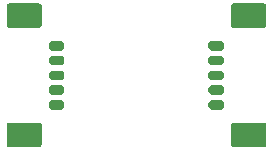
<source format=gbr>
%TF.GenerationSoftware,KiCad,Pcbnew,(5.1.12)-1*%
%TF.CreationDate,2023-04-03T19:11:50-05:00*%
%TF.ProjectId,Tag Connector,54616720-436f-46e6-9e65-63746f722e6b,rev?*%
%TF.SameCoordinates,Original*%
%TF.FileFunction,Paste,Bot*%
%TF.FilePolarity,Positive*%
%FSLAX46Y46*%
G04 Gerber Fmt 4.6, Leading zero omitted, Abs format (unit mm)*
G04 Created by KiCad (PCBNEW (5.1.12)-1) date 2023-04-03 19:11:50*
%MOMM*%
%LPD*%
G01*
G04 APERTURE LIST*
G04 APERTURE END LIST*
%TO.C,J2*%
G36*
G01*
X158238000Y-102806000D02*
X160738000Y-102806000D01*
G75*
G02*
X160988000Y-103056000I0J-250000D01*
G01*
X160988000Y-104656000D01*
G75*
G02*
X160738000Y-104906000I-250000J0D01*
G01*
X158238000Y-104906000D01*
G75*
G02*
X157988000Y-104656000I0J250000D01*
G01*
X157988000Y-103056000D01*
G75*
G02*
X158238000Y-102806000I250000J0D01*
G01*
G37*
G36*
G01*
X158238000Y-92706000D02*
X160738000Y-92706000D01*
G75*
G02*
X160988000Y-92956000I0J-250000D01*
G01*
X160988000Y-94556000D01*
G75*
G02*
X160738000Y-94806000I-250000J0D01*
G01*
X158238000Y-94806000D01*
G75*
G02*
X157988000Y-94556000I0J250000D01*
G01*
X157988000Y-92956000D01*
G75*
G02*
X158238000Y-92706000I250000J0D01*
G01*
G37*
G36*
G01*
X156288000Y-100906000D02*
X157188000Y-100906000D01*
G75*
G02*
X157388000Y-101106000I0J-200000D01*
G01*
X157388000Y-101506000D01*
G75*
G02*
X157188000Y-101706000I-200000J0D01*
G01*
X156288000Y-101706000D01*
G75*
G02*
X156088000Y-101506000I0J200000D01*
G01*
X156088000Y-101106000D01*
G75*
G02*
X156288000Y-100906000I200000J0D01*
G01*
G37*
G36*
G01*
X156288000Y-99656000D02*
X157188000Y-99656000D01*
G75*
G02*
X157388000Y-99856000I0J-200000D01*
G01*
X157388000Y-100256000D01*
G75*
G02*
X157188000Y-100456000I-200000J0D01*
G01*
X156288000Y-100456000D01*
G75*
G02*
X156088000Y-100256000I0J200000D01*
G01*
X156088000Y-99856000D01*
G75*
G02*
X156288000Y-99656000I200000J0D01*
G01*
G37*
G36*
G01*
X156288000Y-98406000D02*
X157188000Y-98406000D01*
G75*
G02*
X157388000Y-98606000I0J-200000D01*
G01*
X157388000Y-99006000D01*
G75*
G02*
X157188000Y-99206000I-200000J0D01*
G01*
X156288000Y-99206000D01*
G75*
G02*
X156088000Y-99006000I0J200000D01*
G01*
X156088000Y-98606000D01*
G75*
G02*
X156288000Y-98406000I200000J0D01*
G01*
G37*
G36*
G01*
X156288000Y-97156000D02*
X157188000Y-97156000D01*
G75*
G02*
X157388000Y-97356000I0J-200000D01*
G01*
X157388000Y-97756000D01*
G75*
G02*
X157188000Y-97956000I-200000J0D01*
G01*
X156288000Y-97956000D01*
G75*
G02*
X156088000Y-97756000I0J200000D01*
G01*
X156088000Y-97356000D01*
G75*
G02*
X156288000Y-97156000I200000J0D01*
G01*
G37*
G36*
G01*
X156288000Y-95906000D02*
X157188000Y-95906000D01*
G75*
G02*
X157388000Y-96106000I0J-200000D01*
G01*
X157388000Y-96506000D01*
G75*
G02*
X157188000Y-96706000I-200000J0D01*
G01*
X156288000Y-96706000D01*
G75*
G02*
X156088000Y-96506000I0J200000D01*
G01*
X156088000Y-96106000D01*
G75*
G02*
X156288000Y-95906000I200000J0D01*
G01*
G37*
%TD*%
%TO.C,J1*%
G36*
G01*
X143686000Y-101706000D02*
X142786000Y-101706000D01*
G75*
G02*
X142586000Y-101506000I0J200000D01*
G01*
X142586000Y-101106000D01*
G75*
G02*
X142786000Y-100906000I200000J0D01*
G01*
X143686000Y-100906000D01*
G75*
G02*
X143886000Y-101106000I0J-200000D01*
G01*
X143886000Y-101506000D01*
G75*
G02*
X143686000Y-101706000I-200000J0D01*
G01*
G37*
G36*
G01*
X143686000Y-100456000D02*
X142786000Y-100456000D01*
G75*
G02*
X142586000Y-100256000I0J200000D01*
G01*
X142586000Y-99856000D01*
G75*
G02*
X142786000Y-99656000I200000J0D01*
G01*
X143686000Y-99656000D01*
G75*
G02*
X143886000Y-99856000I0J-200000D01*
G01*
X143886000Y-100256000D01*
G75*
G02*
X143686000Y-100456000I-200000J0D01*
G01*
G37*
G36*
G01*
X143686000Y-99206000D02*
X142786000Y-99206000D01*
G75*
G02*
X142586000Y-99006000I0J200000D01*
G01*
X142586000Y-98606000D01*
G75*
G02*
X142786000Y-98406000I200000J0D01*
G01*
X143686000Y-98406000D01*
G75*
G02*
X143886000Y-98606000I0J-200000D01*
G01*
X143886000Y-99006000D01*
G75*
G02*
X143686000Y-99206000I-200000J0D01*
G01*
G37*
G36*
G01*
X143686000Y-97956000D02*
X142786000Y-97956000D01*
G75*
G02*
X142586000Y-97756000I0J200000D01*
G01*
X142586000Y-97356000D01*
G75*
G02*
X142786000Y-97156000I200000J0D01*
G01*
X143686000Y-97156000D01*
G75*
G02*
X143886000Y-97356000I0J-200000D01*
G01*
X143886000Y-97756000D01*
G75*
G02*
X143686000Y-97956000I-200000J0D01*
G01*
G37*
G36*
G01*
X143686000Y-96706000D02*
X142786000Y-96706000D01*
G75*
G02*
X142586000Y-96506000I0J200000D01*
G01*
X142586000Y-96106000D01*
G75*
G02*
X142786000Y-95906000I200000J0D01*
G01*
X143686000Y-95906000D01*
G75*
G02*
X143886000Y-96106000I0J-200000D01*
G01*
X143886000Y-96506000D01*
G75*
G02*
X143686000Y-96706000I-200000J0D01*
G01*
G37*
G36*
G01*
X141736000Y-104906000D02*
X139236000Y-104906000D01*
G75*
G02*
X138986000Y-104656000I0J250000D01*
G01*
X138986000Y-103056000D01*
G75*
G02*
X139236000Y-102806000I250000J0D01*
G01*
X141736000Y-102806000D01*
G75*
G02*
X141986000Y-103056000I0J-250000D01*
G01*
X141986000Y-104656000D01*
G75*
G02*
X141736000Y-104906000I-250000J0D01*
G01*
G37*
G36*
G01*
X141736000Y-94806000D02*
X139236000Y-94806000D01*
G75*
G02*
X138986000Y-94556000I0J250000D01*
G01*
X138986000Y-92956000D01*
G75*
G02*
X139236000Y-92706000I250000J0D01*
G01*
X141736000Y-92706000D01*
G75*
G02*
X141986000Y-92956000I0J-250000D01*
G01*
X141986000Y-94556000D01*
G75*
G02*
X141736000Y-94806000I-250000J0D01*
G01*
G37*
%TD*%
M02*

</source>
